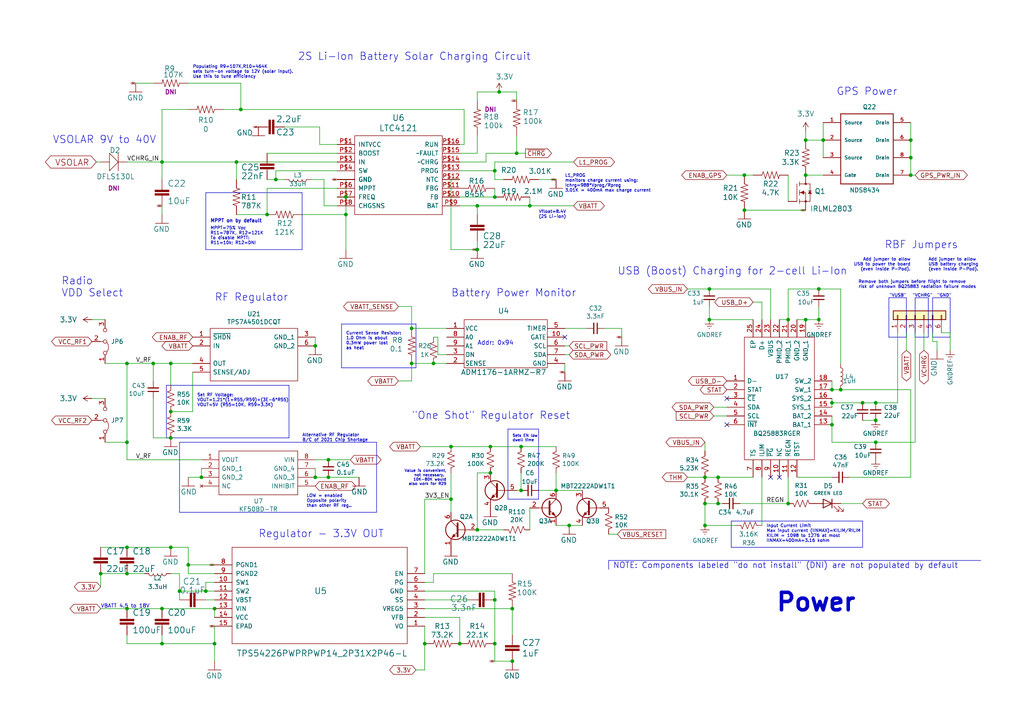
<source format=kicad_sch>
(kicad_sch (version 20230121) (generator eeschema)
  (paper "A4")
  (title_block (title "PyCubed Mainboard") (date "2021-06-09") (rev "v05c") (company "Max Holliday"))
  (junction (at 237.49 92.71))
  (junction (at 62.23 186.69))
  (junction (at 125.73 105.41))
  (junction (at 36.83 105.41))
  (junction (at 205.74 92.71))
  (junction (at 46.99 176.53))
  (junction (at 143.51 57.15))
  (junction (at 36.83 128.27))
  (junction (at 237.49 83.82))
  (junction (at 138.43 72.39))
  (junction (at 138.43 59.69))
  (junction (at 153.67 59.69))
  (junction (at 69.85 31.75))
  (junction (at 233.68 50.8))
  (junction (at 165.1 152.4))
  (junction (at 250.19 116.84))
  (junction (at 208.28 138.43))
  (junction (at 151.13 129.54))
  (junction (at 204.47 152.4))
  (junction (at 148.59 176.53))
  (junction (at 91.44 100.33))
  (junction (at 254 116.84))
  (junction (at 205.74 83.82))
  (junction (at 228.6 92.71))
  (junction (at 144.78 26.67))
  (junction (at 204.47 146.05))
  (junction (at 208.28 146.05))
  (junction (at 77.47 62.23))
  (junction (at 215.9 50.8))
  (junction (at 95.25 133.35))
  (junction (at 254 128.27))
  (junction (at 46.99 46.99))
  (junction (at 95.25 138.43))
  (junction (at 151.13 142.24))
  (junction (at 59.69 171.45))
  (junction (at 264.16 40.64))
  (junction (at 62.23 176.53))
  (junction (at 36.83 158.75))
  (junction (at 54.61 163.83))
  (junction (at 80.01 52.07))
  (junction (at 133.35 186.69))
  (junction (at 100.33 62.23))
  (junction (at 123.19 186.69))
  (junction (at 49.53 119.38))
  (junction (at 100.33 57.15))
  (junction (at 46.99 186.69))
  (junction (at 49.53 158.75))
  (junction (at 149.86 44.45))
  (junction (at 49.53 127))
  (junction (at 119.38 105.41))
  (junction (at 36.83 176.53))
  (junction (at 264.16 50.8))
  (junction (at 238.76 40.64))
  (junction (at 142.24 129.54))
  (junction (at 36.83 166.37))
  (junction (at 241.3 116.84))
  (junction (at 143.51 173.99))
  (junction (at 241.3 123.19))
  (junction (at 204.47 138.43))
  (junction (at 138.43 153.67))
  (junction (at 119.38 95.25))
  (junction (at 68.58 46.99))
  (junction (at 161.29 142.24))
  (junction (at 130.81 144.78))
  (junction (at 228.6 146.05))
  (junction (at 143.51 49.53))
  (junction (at 29.21 166.37))
  (junction (at 143.51 186.69))
  (junction (at 233.68 40.64))
  (junction (at 91.44 138.43))
  (junction (at 58.42 138.43))
  (junction (at 215.9 60.96))
  (junction (at 241.3 113.03))
  (junction (at 148.59 191.77))
  (junction (at 233.68 92.71))
  (junction (at 44.45 105.41))
  (junction (at 49.53 105.41))
  (junction (at 52.07 171.45))
  (junction (at 254 121.92))
  (junction (at 142.24 137.16))
  (junction (at 264.16 45.72))
  (junction (at 243.84 113.03))
  (junction (at 130.81 129.54))
  (no_connect (at 163.83 97.79))
  (no_connect (at 223.52 138.43))
  (no_connect (at 210.82 115.57))
  (no_connect (at 210.82 123.19))
  (no_connect (at 226.06 138.43))
  (wire (pts (xy 243.84 105.41) (xy 243.84 83.82)))
  (wire (pts (xy 54.61 158.75) (xy 54.61 163.83)))
  (wire (pts (xy 77.47 54.61) (xy 97.79 54.61)))
  (wire (pts (xy 123.19 186.69) (xy 123.19 194.31)))
  (wire (pts (xy 36.83 186.69) (xy 46.99 186.69)))
  (wire (pts (xy 238.76 40.64) (xy 238.76 35.56)))
  (wire (pts (xy 125.73 166.37) (xy 125.73 168.91)))
  (wire (pts (xy 138.43 26.67) (xy 138.43 29.21)))
  (wire (pts (xy 49.53 111.76) (xy 49.53 105.41)))
  (wire (pts (xy 148.59 166.37) (xy 125.73 166.37)))
  (wire (pts (xy 165.1 102.87) (xy 163.83 102.87)))
  (wire (pts (xy 82.55 52.07) (xy 80.01 52.07)))
  (polyline (pts (xy 176.53 162.56) (xy 284.48 162.56)))
  (wire (pts (xy 143.51 46.99) (xy 166.37 46.99)))
  (wire (pts (xy 241.3 128.27) (xy 241.3 123.19)))
  (wire (pts (xy 270.51 99.06) (xy 271.78 99.06)))
  (polyline (pts (xy 275.59 97.79) (xy 270.51 97.79)))
  (wire (pts (xy 133.35 59.69) (xy 138.43 59.69)))
  (wire (pts (xy 149.86 29.21) (xy 149.86 26.67)))
  (wire (pts (xy 54.61 138.43) (xy 58.42 138.43)))
  (wire (pts (xy 36.83 186.69) (xy 36.83 184.15)))
  (wire (pts (xy 168.91 152.4) (xy 165.1 152.4)))
  (wire (pts (xy 54.61 163.83) (xy 54.61 166.37)))
  (wire (pts (xy 218.44 87.63) (xy 220.98 87.63)))
  (wire (pts (xy 243.84 83.82) (xy 237.49 83.82)))
  (wire (pts (xy 44.45 110.49) (xy 44.45 105.41)))
  (wire (pts (xy 143.51 54.61) (xy 143.51 57.15)))
  (wire (pts (xy 134.62 31.75) (xy 69.85 31.75)))
  (wire (pts (xy 260.35 116.84) (xy 260.35 96.52)))
  (wire (pts (xy 95.25 138.43) (xy 91.44 138.43)))
  (wire (pts (xy 149.86 39.37) (xy 149.86 44.45)))
  (wire (pts (xy 97.79 46.99) (xy 68.58 46.99)))
  (wire (pts (xy 237.49 83.82) (xy 228.6 83.82)))
  (wire (pts (xy 46.99 186.69) (xy 46.99 184.15)))
  (polyline (pts (xy 99.06 106.68) (xy 99.06 93.98)))
  (wire (pts (xy 143.51 171.45) (xy 143.51 173.99)))
  (wire (pts (xy 115.57 88.9) (xy 119.38 88.9)))
  (wire (pts (xy 46.99 52.07) (xy 46.99 46.99)))
  (wire (pts (xy 133.35 44.45) (xy 138.43 44.45)))
  (wire (pts (xy 143.51 191.77) (xy 148.59 191.77)))
  (wire (pts (xy 209.55 146.05) (xy 208.28 146.05)))
  (wire (pts (xy 238.76 40.64) (xy 233.68 40.64)))
  (wire (pts (xy 26.67 115.57) (xy 30.48 115.57)))
  (wire (pts (xy 143.51 191.77) (xy 143.51 186.69)))
  (wire (pts (xy 241.3 138.43) (xy 231.14 138.43)))
  (wire (pts (xy 149.86 26.67) (xy 144.78 26.67)))
  (wire (pts (xy 123.19 166.37) (xy 123.19 144.78)))
  (wire (pts (xy 87.63 62.23) (xy 100.33 62.23)))
  (wire (pts (xy 265.43 128.27) (xy 265.43 96.52)))
  (wire (pts (xy 62.23 168.91) (xy 59.69 168.91)))
  (polyline (pts (xy 109.22 128.27) (xy 52.07 128.27)))
  (wire (pts (xy 241.3 116.84) (xy 241.3 118.11)))
  (wire (pts (xy 205.74 88.9) (xy 205.74 92.71)))
  (wire (pts (xy 228.6 83.82) (xy 228.6 92.71)))
  (polyline (pts (xy 156.21 144.78) (xy 156.21 124.46)))
  (wire (pts (xy 153.67 57.15) (xy 153.67 59.69)))
  (wire (pts (xy 44.45 127) (xy 49.53 127)))
  (polyline (pts (xy 265.43 97.79) (xy 265.43 86.36)))
  (wire (pts (xy 49.53 105.41) (xy 55.88 105.41)))
  (wire (pts (xy 237.49 88.9) (xy 237.49 92.71)))
  (polyline (pts (xy 250.19 151.13) (xy 212.09 151.13)))
  (wire (pts (xy 68.58 46.99) (xy 46.99 46.99)))
  (wire (pts (xy 133.35 46.99) (xy 140.97 46.99)))
  (wire (pts (xy 238.76 45.72) (xy 238.76 40.64)))
  (wire (pts (xy 123.19 176.53) (xy 148.59 176.53)))
  (wire (pts (xy 52.07 171.45) (xy 52.07 166.37)))
  (wire (pts (xy 226.06 92.71) (xy 228.6 92.71)))
  (wire (pts (xy 36.83 158.75) (xy 49.53 158.75)))
  (wire (pts (xy 165.1 152.4) (xy 161.29 152.4)))
  (wire (pts (xy 54.61 166.37) (xy 62.23 166.37)))
  (wire (pts (xy 80.01 52.07) (xy 77.47 52.07)))
  (polyline (pts (xy 120.65 106.68) (xy 99.06 106.68)))
  (polyline (pts (xy 52.07 128.27) (xy 52.07 148.59)))
  (polyline (pts (xy 269.24 97.79) (xy 265.43 97.79)))
  (wire (pts (xy 273.05 96.52) (xy 275.59 96.52)))
  (wire (pts (xy 143.51 49.53) (xy 143.51 46.99)))
  (wire (pts (xy 30.48 128.27) (xy 36.83 128.27)))
  (wire (pts (xy 179.07 154.94) (xy 176.53 154.94)))
  (wire (pts (xy 123.19 171.45) (xy 143.51 171.45)))
  (wire (pts (xy 29.21 158.75) (xy 36.83 158.75)))
  (wire (pts (xy 138.43 153.67) (xy 138.43 137.16)))
  (wire (pts (xy 250.19 116.84) (xy 241.3 116.84)))
  (wire (pts (xy 180.34 95.25) (xy 175.26 95.25)))
  (wire (pts (xy 62.23 186.69) (xy 62.23 191.77)))
  (wire (pts (xy 264.16 40.64) (xy 264.16 45.72)))
  (wire (pts (xy 80.01 52.07) (xy 80.01 49.53)))
  (wire (pts (xy 49.53 158.75) (xy 54.61 158.75)))
  (wire (pts (xy 214.63 146.05) (xy 228.6 146.05)))
  (wire (pts (xy 151.13 129.54) (xy 161.29 129.54)))
  (wire (pts (xy 91.44 135.89) (xy 91.44 138.43)))
  (wire (pts (xy 44.45 115.57) (xy 44.45 127)))
  (wire (pts (xy 125.73 168.91) (xy 123.19 168.91)))
  (wire (pts (xy 119.38 95.25) (xy 129.54 95.25)))
  (wire (pts (xy 254 116.84) (xy 250.19 116.84)))
  (wire (pts (xy 69.85 31.75) (xy 64.77 31.75)))
  (wire (pts (xy 231.14 92.71) (xy 233.68 92.71)))
  (polyline (pts (xy 48.26 127) (xy 83.82 127)))
  (wire (pts (xy 250.19 121.92) (xy 254 121.92)))
  (wire (pts (xy 204.47 146.05) (xy 204.47 152.4)))
  (wire (pts (xy 59.69 171.45) (xy 59.69 168.91)))
  (wire (pts (xy 163.83 107.95) (xy 163.83 105.41)))
  (wire (pts (xy 127 102.87) (xy 129.54 102.87)))
  (wire (pts (xy 238.76 50.8) (xy 233.68 50.8)))
  (polyline (pts (xy 269.24 86.36) (xy 269.24 97.79)))
  (wire (pts (xy 26.67 92.71) (xy 30.48 92.71)))
  (wire (pts (xy 115.57 110.49) (xy 119.38 110.49)))
  (wire (pts (xy 46.99 176.53) (xy 62.23 176.53)))
  (polyline (pts (xy 120.65 93.98) (xy 120.65 106.68)))
  (wire (pts (xy 97.79 49.53) (xy 80.01 49.53)))
  (wire (pts (xy 143.51 52.07) (xy 146.05 52.07)))
  (wire (pts (xy 138.43 72.39) (xy 138.43 69.85)))
  (wire (pts (xy 275.59 96.52) (xy 275.59 101.6)))
  (polyline (pts (xy 212.09 158.75) (xy 250.19 158.75)))
  (polyline (pts (xy 59.69 55.88) (xy 59.69 72.39)))
  (wire (pts (xy 271.78 99.06) (xy 271.78 101.6)))
  (wire (pts (xy 130.81 129.54) (xy 142.24 129.54)))
  (polyline (pts (xy 156.21 144.78) (xy 147.32 144.78)))
  (wire (pts (xy 241.3 113.03) (xy 243.84 113.03)))
  (wire (pts (xy 210.82 118.11) (xy 207.01 118.11)))
  (wire (pts (xy 130.81 72.39) (xy 138.43 72.39)))
  (wire (pts (xy 123.19 144.78) (xy 130.81 144.78)))
  (polyline (pts (xy 265.43 86.36) (xy 269.24 86.36)))
  (wire (pts (xy 223.52 83.82) (xy 205.74 83.82)))
  (wire (pts (xy 143.51 173.99) (xy 143.51 186.69)))
  (wire (pts (xy 241.3 115.57) (xy 241.3 116.84)))
  (wire (pts (xy 44.45 105.41) (xy 49.53 105.41)))
  (wire (pts (xy 133.35 41.91) (xy 134.62 41.91)))
  (wire (pts (xy 125.73 105.41) (xy 129.54 105.41)))
  (wire (pts (xy 123.19 194.31) (xy 120.65 194.31)))
  (wire (pts (xy 62.23 163.83) (xy 54.61 163.83)))
  (wire (pts (xy 127 102.87) (xy 127 97.79)))
  (wire (pts (xy 54.61 24.13) (xy 69.85 24.13)))
  (wire (pts (xy 46.99 59.69) (xy 46.99 62.23)))
  (wire (pts (xy 119.38 105.41) (xy 125.73 105.41)))
  (wire (pts (xy 208.28 146.05) (xy 204.47 146.05)))
  (wire (pts (xy 138.43 62.23) (xy 138.43 59.69)))
  (polyline (pts (xy 176.53 165.1) (xy 176.53 162.56)))
  (wire (pts (xy 149.86 142.24) (xy 151.13 142.24)))
  (polyline (pts (xy 257.81 97.79) (xy 262.89 97.79)))
  (polyline (pts (xy 257.81 86.36) (xy 257.81 97.79)))
  (wire (pts (xy 180.34 97.79) (xy 180.34 95.25)))
  (wire (pts (xy 69.85 31.75) (xy 69.85 24.13)))
  (wire (pts (xy 58.42 138.43) (xy 58.42 135.89)))
  (wire (pts (xy 59.69 171.45) (xy 52.07 171.45)))
  (wire (pts (xy 140.97 44.45) (xy 149.86 44.45)))
  (wire (pts (xy 92.71 41.91) (xy 97.79 41.91)))
  (wire (pts (xy 36.83 176.53) (xy 29.21 176.53)))
  (polyline (pts (xy 147.32 144.78) (xy 147.32 124.46)))
  (wire (pts (xy 29.21 170.18) (xy 29.21 166.37)))
  (wire (pts (xy 264.16 45.72) (xy 264.16 50.8)))
  (wire (pts (xy 218.44 138.43) (xy 208.28 138.43)))
  (wire (pts (xy 233.68 60.96) (xy 215.9 60.96)))
  (wire (pts (xy 100.33 52.07) (xy 100.33 57.15)))
  (wire (pts (xy 77.47 54.61) (xy 77.47 62.23)))
  (wire (pts (xy 123.19 179.07) (xy 133.35 179.07)))
  (polyline (pts (xy 87.63 72.39) (xy 87.63 55.88)))
  (wire (pts (xy 254 116.84) (xy 260.35 116.84)))
  (wire (pts (xy 243.84 146.05) (xy 250.19 146.05)))
  (wire (pts (xy 241.3 120.65) (xy 241.3 123.19)))
  (wire (pts (xy 30.48 105.41) (xy 36.83 105.41)))
  (wire (pts (xy 205.74 83.82) (xy 199.39 83.82)))
  (wire (pts (xy 100.33 57.15) (xy 100.33 62.23)))
  (wire (pts (xy 49.53 119.38) (xy 55.88 119.38)))
  (wire (pts (xy 36.83 46.99) (xy 46.99 46.99)))
  (polyline (pts (xy 109.22 148.59) (xy 109.22 128.27)))
  (polyline (pts (xy 48.26 111.76) (xy 48.26 127)))
  (wire (pts (xy 220.98 152.4) (xy 220.98 138.43)))
  (wire (pts (xy 123.19 181.61) (xy 123.19 186.69)))
  (wire (pts (xy 228.6 58.42) (xy 228.6 50.8)))
  (wire (pts (xy 267.97 101.6) (xy 267.97 96.52)))
  (wire (pts (xy 68.58 52.07) (xy 68.58 46.99)))
  (wire (pts (xy 101.6 133.35) (xy 95.25 133.35)))
  (wire (pts (xy 55.88 119.38) (xy 55.88 107.95)))
  (wire (pts (xy 36.83 133.35) (xy 36.83 128.27)))
  (wire (pts (xy 205.74 92.71) (xy 218.44 92.71)))
  (wire (pts (xy 130.81 52.07) (xy 130.81 72.39)))
  (wire (pts (xy 91.44 100.33) (xy 91.44 97.79)))
  (polyline (pts (xy 262.89 97.79) (xy 262.89 86.36)))
  (wire (pts (xy 97.79 52.07) (xy 100.33 52.07)))
  (wire (pts (xy 134.62 41.91) (xy 134.62 31.75)))
  (wire (pts (xy 243.84 113.03) (xy 264.16 113.03)))
  (wire (pts (xy 233.68 40.64) (xy 233.68 38.1)))
  (wire (pts (xy 130.81 144.78) (xy 130.81 148.59)))
  (wire (pts (xy 204.47 152.4) (xy 213.36 152.4)))
  (polyline (pts (xy 156.21 124.46) (xy 147.32 124.46)))
  (wire (pts (xy 264.16 113.03) (xy 264.16 138.43)))
  (wire (pts (xy 92.71 41.91) (xy 92.71 36.83)))
  (polyline (pts (xy 212.09 151.13) (xy 212.09 158.75)))
  (polyline (pts (xy 59.69 72.39) (xy 87.63 72.39)))
  (wire (pts (xy 220.98 87.63) (xy 220.98 92.71)))
  (wire (pts (xy 62.23 173.99) (xy 59.69 173.99)))
  (wire (pts (xy 144.78 26.67) (xy 138.43 26.67)))
  (wire (pts (xy 163.83 95.25) (xy 170.18 95.25)))
  (wire (pts (xy 133.35 52.07) (xy 130.81 52.07)))
  (wire (pts (xy 146.05 153.67) (xy 138.43 153.67)))
  (wire (pts (xy 143.51 57.15) (xy 133.35 57.15)))
  (polyline (pts (xy 87.63 55.88) (xy 59.69 55.88)))
  (wire (pts (xy 153.67 59.69) (xy 166.37 59.69)))
  (wire (pts (xy 77.47 62.23) (xy 68.58 62.23)))
  (wire (pts (xy 138.43 59.69) (xy 153.67 59.69)))
  (wire (pts (xy 204.47 128.27) (xy 204.47 130.81)))
  (wire (pts (xy 130.81 137.16) (xy 130.81 144.78)))
  (polyline (pts (xy 83.82 111.76) (xy 48.26 111.76)))
  (wire (pts (xy 254 128.27) (xy 265.43 128.27)))
  (wire (pts (xy 104.14 138.43) (xy 95.25 138.43)))
  (wire (pts (xy 36.83 176.53) (xy 46.99 176.53)))
  (polyline (pts (xy 99.06 93.98) (xy 120.65 93.98)))
  (wire (pts (xy 165.1 100.33) (xy 163.83 100.33)))
  (wire (pts (xy 36.83 166.37) (xy 41.91 166.37)))
  (wire (pts (xy 36.83 133.35) (xy 58.42 133.35)))
  (wire (pts (xy 254 128.27) (xy 241.3 128.27)))
  (wire (pts (xy 29.21 46.99) (xy 27.94 46.99)))
  (polyline (pts (xy 52.07 148.59) (xy 109.22 148.59)))
  (wire (pts (xy 140.97 46.99) (xy 140.97 44.45)))
  (wire (pts (xy 149.86 44.45) (xy 152.4 44.45)))
  (wire (pts (xy 223.52 92.71) (xy 223.52 83.82)))
  (wire (pts (xy 204.47 138.43) (xy 199.39 138.43)))
  (wire (pts (xy 119.38 95.25) (xy 119.38 88.9)))
  (wire (pts (xy 233.68 92.71) (xy 237.49 92.71)))
  (wire (pts (xy 97.79 44.45) (xy 77.47 44.45)))
  (polyline (pts (xy 275.59 86.36) (xy 270.51 86.36)))
  (wire (pts (xy 119.38 105.41) (xy 119.38 110.49)))
  (wire (pts (xy 127 97.79) (xy 125.73 97.79)))
  (wire (pts (xy 143.51 49.53) (xy 143.51 52.07)))
  (wire (pts (xy 153.67 153.67) (xy 153.67 147.32)))
  (wire (pts (xy 123.19 173.99) (xy 135.89 173.99)))
  (wire (pts (xy 218.44 50.8) (xy 215.9 50.8)))
  (wire (pts (xy 100.33 62.23) (xy 100.33 72.39)))
  (wire (pts (xy 97.79 57.15) (xy 100.33 57.15)))
  (polyline (pts (xy 270.51 86.36) (xy 270.51 97.79)))
  (wire (pts (xy 92.71 36.83) (xy 82.55 36.83)))
  (wire (pts (xy 228.6 138.43) (xy 228.6 146.05)))
  (wire (pts (xy 142.24 129.54) (xy 151.13 129.54)))
  (wire (pts (xy 121.92 129.54) (xy 130.81 129.54)))
  (wire (pts (xy 161.29 52.07) (xy 156.21 52.07)))
  (wire (pts (xy 36.83 128.27) (xy 36.83 105.41)))
  (wire (pts (xy 156.21 142.24) (xy 161.29 142.24)))
  (wire (pts (xy 138.43 44.45) (xy 138.43 39.37)))
  (wire (pts (xy 46.99 31.75) (xy 46.99 46.99)))
  (wire (pts (xy 161.29 137.16) (xy 161.29 142.24)))
  (wire (pts (xy 151.13 137.16) (xy 151.13 142.24)))
  (wire (pts (xy 90.17 52.07) (xy 93.98 52.07)))
  (polyline (pts (xy 275.59 97.79) (xy 275.59 86.36)))
  (wire (pts (xy 46.99 186.69) (xy 62.23 186.69)))
  (wire (pts (xy 54.61 31.75) (xy 46.99 31.75)))
  (wire (pts (xy 270.51 96.52) (xy 270.51 99.06)))
  (wire (pts (xy 133.35 49.53) (xy 143.51 49.53)))
  (wire (pts (xy 29.21 166.37) (xy 36.83 166.37)))
  (wire (pts (xy 36.83 105.41) (xy 44.45 105.41)))
  (wire (pts (xy 97.79 59.69) (xy 93.98 59.69)))
  (wire (pts (xy 138.43 137.16) (xy 142.24 137.16)))
  (wire (pts (xy 62.23 171.45) (xy 59.69 171.45)))
  (wire (pts (xy 62.23 181.61) (xy 62.23 186.69)))
  (wire (pts (xy 49.53 166.37) (xy 52.07 166.37)))
  (wire (pts (xy 39.37 24.13) (xy 44.45 24.13)))
  (wire (pts (xy 52.07 173.99) (xy 52.07 171.45)))
  (polyline (pts (xy 262.89 86.36) (xy 257.81 86.36)))
  (wire (pts (xy 264.16 50.8) (xy 265.43 50.8)))
  (wire (pts (xy 208.28 138.43) (xy 204.47 138.43)))
  (wire (pts (xy 95.25 133.35) (xy 91.44 133.35)))
  (wire (pts (xy 168.91 142.24) (xy 161.29 142.24)))
  (wire (pts (xy 262.89 101.6) (xy 262.89 96.52)))
  (wire (pts (xy 241.3 110.49) (xy 241.3 113.03)))
  (wire (pts (xy 62.23 179.07) (xy 62.23 176.53)))
  (polyline (pts (xy 250.19 158.75) (xy 250.19 151.13)))
  (wire (pts (xy 215.9 50.8) (xy 210.82 50.8)))
  (wire (pts (xy 264.16 35.56) (xy 264.16 40.64)))
  (wire (pts (xy 246.38 138.43) (xy 264.16 138.43)))
  (polyline (pts (xy 83.82 127) (xy 83.82 111.76)))
  (wire (pts (xy 93.98 59.69) (xy 93.98 52.07)))
  (wire (pts (xy 148.59 176.53) (xy 148.59 184.15)))
  (wire (pts (xy 133.35 179.07) (xy 133.35 186.69)))
  (wire (pts (xy 210.82 120.65) (xy 207.01 120.65)))
  (text "Populating R9=107K,R10=464K\nsets turn-on voltage to 12V (solar input). \nUse this to tune efficiency" (at 55.88 22.86 0) (effects (font (size 0.889 0.889)) (justify left bottom)))
  (text "Set RF Voltage:\nVOUT=1.21*(1+R55/R59)+(3E-6*R55)\nVOUT=5V (R55=10K, R59=3.3K)\n" (at 57.15 118.11 0) (effects (font (size 0.889 0.889)) (justify left bottom)))
  (text "Vfloat=8.4V\n(2S Li-ion)" (at 156.21 63.5 0) (effects (font (size 0.889 0.889)) (justify left bottom)))
  (text "\"One Shot\" Regulator Reset" (at 119.38 121.92 0) (effects (font (size 2.159 2.159)) (justify left bottom)))
  (text "Battery Power Monitor" (at 130.81 86.36 0) (effects (font (size 2.159 2.159)) (justify left bottom)))
  (text "Value is convenient,\nnot necessary. \n10K-80K would\nalso work for R29" (at 129.54 140.97 0) (effects (font (size 0.7874 0.7874)) (justify right bottom)))
  (text "\nMPPT=75% Voc\nR11=787K, R12=121K\nTo disable MPTT:\nR11=10k; R12=DNI" (at 60.96 71.12 0) (effects (font (size 0.889 0.889)) (justify left bottom)))
  (text "\"GND\"" (at 271.78 86.36 0) (effects (font (size 0.889 0.889)) (justify left bottom)))
  (text "\"VUSB\"" (at 262.89 86.36 0) (effects (font (size 0.889 0.889)) (justify right bottom)))
  (text "L1_PROG\nmonitors charge current using:\nIchrg=988*Vprog/Rprog\n3.01K = 400mA max charge current\n" (at 163.83 55.88 0) (effects (font (size 0.889 0.889)) (justify left bottom)))
  (text "Regulator - 3.3V OUT" (at 74.93 156.21 0) (effects (font (size 2.159 2.159)) (justify left bottom)))
  (text "Alternative RF Regulator\nB/C of 2021 Chip Shortage" (at 87.63 128.27 0) (effects (font (size 0.889 0.889)) (justify left bottom)))
  (text "Remove both jumpers before flight to remove\nrisk of unknown BQ25883 radiation failure modes\n" (at 248.92 83.82 0) (effects (font (size 0.889 0.889)) (justify left bottom)))
  (text "NOTE: Components labeled \"do not install\" (DNI) are not populated by default" (at 177.8 165.1 0) (effects (font (size 1.651 1.651)) (justify left bottom)))
  (text "Input Current Limit\nMax input current (IINMAX)=KILIM/RILIM\nKILIM = 1098 to 1276 at most\nIINMAX=400mA=3.16 kohm" (at 222.25 157.48 0) (effects (font (size 0.889 0.889)) (justify left bottom)))
  (text "Power" (at 224.79 177.8 0) (effects (font (size 5.08 5.08) (thickness 1.016) bold) (justify left bottom)))
  (text "RBF Jumpers" (at 256.54 72.39 0) (effects (font (size 2.159 2.159)) (justify left bottom)))
  (text "Addr: 0x94" (at 138.43 100.33 0) (effects (font (size 1.27 1.27)) (justify left bottom)))
  (text "VSOLAR 9V to 40V" (at 15.24 41.91 0) (effects (font (size 2.159 2.159)) (justify left bottom)))
  (text "GPS Power" (at 242.57 27.94 0) (effects (font (size 2.159 2.159)) (justify left bottom)))
  (text "LOW = enabled\nOpposite polarity\nthan other RF reg.. " (at 88.9 147.32 0) (effects (font (size 0.889 0.889)) (justify left bottom)))
  (text "2S Li-Ion Battery Solar Charging Circuit" (at 86.36 17.78 0) (effects (font (size 2.159 2.159)) (justify left bottom)))
  (text "Add jumper to allow\nUSB to power the board\n(even inside P-Pod).\n" (at 264.16 78.74 0) (effects (font (size 0.889 0.889)) (justify right bottom)))
  (text "USB (Boost) Charging for 2-cell Li-Ion" (at 179.07 80.01 0) (effects (font (size 2.159 2.159)) (justify left bottom)))
  (text "RF Regulator" (at 62.23 87.63 0) (effects (font (size 2.159 2.159)) (justify left bottom)))
  (text "Radio\nVDD Select" (at 17.78 86.36 0) (effects (font (size 2.159 2.159)) (justify left bottom)))
  (text "\"VCHRG\"" (at 270.51 86.36 0) (effects (font (size 0.889 0.889)) (justify right bottom)))
  (text "Sets EN low\ndwell time" (at 148.59 128.27 0) (effects (font (size 0.7874 0.7874)) (justify left bottom)))
  (text "Add jumper to allow\nUSB battery charging\n(even inside P-Pod).\n" (at 269.24 78.74 0) (effects (font (size 0.889 0.889)) (justify left bottom)))
  (text "MPPT on by default" (at 60.96 64.77 0) (effects (font (size 0.9906 0.9906) (thickness 0.1981) bold) (justify left bottom)))
  (text "VBATT 4.5 to 18V" (at 29.21 176.53 0) (effects (font (size 1.0668 1.0668)) (justify left bottom)))
  (text "Current Sense Resistor:\n1.0 Ohm is about \n0.3mW power lost\nas heat" (at 100.33 101.6 0) (effects (font (size 0.889 0.889)) (justify left bottom)))
  (label "REGN" (at 222.25 146.05 0))
  (label "V_RF" (at 39.37 105.41 0))
  (label "3V3_EN" (at 123.19 144.78 0))
  (label "VCHRG_IN" (at 36.83 46.99 0))
  (label "V_RF" (at 39.37 133.35 0))
  (global_label "GND" (shape bidirectional) (at 180.34 97.79 180) (effects (font (size 0.254 0.254))) (property "Intersheetrefs" "${INTERSHEET_REFS}" (effects hide)))
  (global_label "GND" (shape bidirectional) (at 97.79 52.07 180) (effects (font (size 0.254 0.254))) (property "Intersheetrefs" "${INTERSHEET_REFS}" (effects hide)))
  (global_label "GPS_PWR_IN" (shape bidirectional) (at 265.43 50.8 0) (property "Intersheetrefs" "${INTERSHEET_REFS}" (effects hide)))
  (global_label "VBATT" (shape bidirectional) (at 29.21 176.53 180) (property "Intersheetrefs" "${INTERSHEET_REFS}" (effects hide)))
  (global_label "THM" (shape bidirectional) (at 199.39 138.43 180) (property "Intersheetrefs" "${INTERSHEET_REFS}" (effects hide)))
  (global_label "GND" (shape bidirectional) (at 163.83 107.95 180) (effects (font (size 0.254 0.254))) (property "Intersheetrefs" "${INTERSHEET_REFS}" (effects hide)))
  (global_label "GND" (shape bidirectional) (at 233.68 60.96 180) (effects (font (size 0.254 0.254))) (property "Intersheetrefs" "${INTERSHEET_REFS}" (effects hide)))
  (global_label "GND" (shape bidirectional) (at 62.23 163.83 180) (effects (font (size 0.254 0.254))) (property "Intersheetrefs" "${INTERSHEET_REFS}" (effects hide)))
  (global_label "VBATT" (shape bidirectional) (at 121.92 129.54 180) (property "Intersheetrefs" "${INTERSHEET_REFS}" (effects hide)))
  (global_label "SDA_PWR" (shape bidirectional) (at 207.01 118.11 180) (property "Intersheetrefs" "${INTERSHEET_REFS}" (effects hide)))
  (global_label "L1_PROG" (shape bidirectional) (at 166.37 46.99 0) (property "Intersheetrefs" "${INTERSHEET_REFS}" (effects hide)))
  (global_label "USB_D-" (shape bidirectional) (at 210.82 110.49 180) (property "Intersheetrefs" "${INTERSHEET_REFS}" (effects hide)))
  (global_label "VSOLAR" (shape bidirectional) (at 27.94 46.99 180) (effects (font (size 1.778 1.778))) (property "Intersheetrefs" "${INTERSHEET_REFS}" (effects hide)))
  (global_label "VBATT" (shape bidirectional) (at 55.88 100.33 180) (property "Intersheetrefs" "${INTERSHEET_REFS}" (effects hide)))
  (global_label "GND" (shape bidirectional) (at 39.37 24.13 180) (effects (font (size 0.254 0.254))) (property "Intersheetrefs" "${INTERSHEET_REFS}" (effects hide)))
  (global_label "VBUS_RESET" (shape input) (at 179.07 154.94 0) (property "Intersheetrefs" "${INTERSHEET_REFS}" (effects hide)))
  (global_label "VCC_RF1" (shape bidirectional) (at 26.67 99.06 180) (property "Intersheetrefs" "${INTERSHEET_REFS}" (effects hide)))
  (global_label "VCC_RF2" (shape bidirectional) (at 26.67 121.92 180) (property "Intersheetrefs" "${INTERSHEET_REFS}" (effects hide)))
  (global_label "3.3V" (shape bidirectional) (at 29.21 170.18 180) (property "Intersheetrefs" "${INTERSHEET_REFS}" (effects hide)))
  (global_label "VBATT" (shape bidirectional) (at 115.57 110.49 180) (property "Intersheetrefs" "${INTERSHEET_REFS}" (effects hide)))
  (global_label "GND" (shape bidirectional) (at 143.51 191.77 180) (effects (font (size 0.254 0.254))) (property "Intersheetrefs" "${INTERSHEET_REFS}" (effects hide)))
  (global_label "ENAB_RF" (shape bidirectional) (at 55.88 97.79 180) (property "Intersheetrefs" "${INTERSHEET_REFS}" (effects hide)))
  (global_label "~{CHRG}" (shape output) (at 152.4 44.45 0) (property "Intersheetrefs" "${INTERSHEET_REFS}" (effects hide)))
  (global_label "GND" (shape bidirectional) (at 161.29 52.07 180) (effects (font (size 0.254 0.254))) (property "Intersheetrefs" "${INTERSHEET_REFS}" (effects hide)))
  (global_label "3.3V" (shape bidirectional) (at 120.65 194.31 180) (property "Intersheetrefs" "${INTERSHEET_REFS}" (effects hide)))
  (global_label "VBUS_IN" (shape bidirectional) (at 204.47 128.27 180) (property "Intersheetrefs" "${INTERSHEET_REFS}" (effects hide)))
  (global_label "VBATT" (shape bidirectional) (at 262.89 101.6 270) (property "Intersheetrefs" "${INTERSHEET_REFS}" (effects hide)))
  (global_label "SCL_PWR" (shape input) (at 207.01 120.65 180) (property "Intersheetrefs" "${INTERSHEET_REFS}" (effects hide)))
  (global_label "USB_D+" (shape bidirectional) (at 218.44 87.63 180) (property "Intersheetrefs" "${INTERSHEET_REFS}" (effects hide)))
  (global_label "SDA_PWR" (shape bidirectional) (at 165.1 102.87 0) (property "Intersheetrefs" "${INTERSHEET_REFS}" (effects hide)))
  (global_label "VBATT" (shape bidirectional) (at 166.37 59.69 0) (property "Intersheetrefs" "${INTERSHEET_REFS}" (effects hide)))
  (global_label "STAT" (shape bidirectional) (at 250.19 146.05 0) (property "Intersheetrefs" "${INTERSHEET_REFS}" (effects hide)))
  (global_label "SCL_PWR" (shape input) (at 165.1 100.33 0) (property "Intersheetrefs" "${INTERSHEET_REFS}" (effects hide)))
  (global_label "STAT" (shape bidirectional) (at 210.82 113.03 180) (property "Intersheetrefs" "${INTERSHEET_REFS}" (effects hide)))
  (global_label "VBATT_SENSE" (shape bidirectional) (at 115.57 88.9 180) (property "Intersheetrefs" "${INTERSHEET_REFS}" (effects hide)))
  (global_label "ENAB_RF" (shape bidirectional) (at 91.44 140.97 0) (property "Intersheetrefs" "${INTERSHEET_REFS}" (effects hide)))
  (global_label "GND" (shape bidirectional) (at 62.23 181.61 180) (effects (font (size 0.254 0.254))) (property "Intersheetrefs" "${INTERSHEET_REFS}" (effects hide)))
  (global_label "GND" (shape bidirectional) (at 46.99 59.69 180) (effects (font (size 0.254 0.254))) (property "Intersheetrefs" "${INTERSHEET_REFS}" (effects hide)))
  (global_label "GND" (shape bidirectional) (at 74.93 36.83 180) (effects (font (size 0.254 0.254))) (property "Intersheetrefs" "${INTERSHEET_REFS}" (effects hide)))
  (global_label "3.3V" (shape bidirectional) (at 149.86 29.21 180) (effects (font (size 0.254 0.254))) (property "Intersheetrefs" "${INTERSHEET_REFS}" (effects hide)))
  (global_label "GND" (shape bidirectional) (at 138.43 72.39 180) (effects (font (size 0.254 0.254))) (property "Intersheetrefs" "${INTERSHEET_REFS}" (effects hide)))
  (global_label "VBUS_IN" (shape bidirectional) (at 199.39 83.82 180) (property "Intersheetrefs" "${INTERSHEET_REFS}" (effects hide)))
  (global_label "VCHRG" (shape bidirectional) (at 267.97 101.6 270) (property "Intersheetrefs" "${INTERSHEET_REFS}" (effects hide)))
  (global_label "VBATT" (shape bidirectional) (at 101.6 133.35 0) (property "Intersheetrefs" "${INTERSHEET_REFS}" (effects hide)))
  (global_label "ENAB_GPS" (shape bidirectional) (at 210.82 50.8 180) (property "Intersheetrefs" "${INTERSHEET_REFS}" (effects hide)))
  (symbol (lib_id "mainboard:GND") (at 39.37 26.67 0) (unit 1)
    (property "Reference" "#GND013" (effects hide))
    (property "Value" "GND" (at 36.83 29.21 0) (effects (font (size 1.4986 1.4986)) (justify left bottom)))
    (instances (project "mainboard" (path "" (reference "#GND013") (unit 1)) (path "" (reference "#GND?") (unit 1))))
  )
  (symbol (lib_id "mainboard:1.0UF-0603-16V-10%") (at 57.15 173.99 90) (unit 1)
    (property "Reference" "C21" (at 58.42 167.64 90) (effects (font (size 1.778 1.778)) (justify left bottom)))
    (property "Value" "0.1uF" (at 59.69 170.18 90) (effects (font (size 1.778 1.778)) (justify left bottom)))
    (property "Footprint" "Capacitor_SMD:C_0603_1608Metric" (effects hide))
    (property "Description" "0.1uF +-10% 50V X7R 0603" (effects hide))
    (instances (project "mainboard" (path "" (reference "C21") (unit 1)) (path "" (reference "C?") (unit 1))))
  )
  (symbol (lib_id "mainboard:DFLS130L") (at 31.75 46.99 0) (unit 1)
    (property "Reference" "D2" (at 31.75 44.45 0) (effects (font (size 1.4986 1.4986)) (justify left bottom)))
    (property "Value" "DFLS130L" (at 27.94 52.07 0) (effects (font (size 1.4986 1.4986)) (justify left bottom)))
    (property "Footprint" "mainboard:PWRDI-123" (effects hide))
    (property "Datasheet" "https://www.diodes.com/assets/Datasheets/ds30492.pdf" (effects hide))
    (property "Description" "Schottky Diode - 30V 1A" (effects hide))
    (property "Flight" "DFLS130L-7" (effects hide))
    (property "Manufacturer_Name" "Diodes Incorporated" (effects hide))
    (property "Manufacturer_Part_Number" "DFLS130L-7" (effects hide))
    (property "Proto" "DFLS130L" (effects hide))
    (property "DNI" "DNI" (at 33.02 54.61 0) (effects (font bold)))
    (instances (project "mainboard" (path "" (reference "D2") (unit 1)) (path "" (reference "D?") (unit 1))))
  )
  (symbol (lib_id "mainboard:R-US_R0603") (at 138.43 186.69 180) (unit 1)
    (property "Reference" "R14" (at 138.43 181.61 0) (effects (font (size 1.4986 1.4986))))
    (property "Value" "22.1K" (at 138.43 184.15 0) (effects (font (size 1.4986 1.4986))))
    (property "Footprint" "Resistor_SMD:R_0603_1608Metric" (effects hide))
    (property "Description" "22.1K 0603" (effects hide))
    (instances (project "mainboard" (path "" (reference "R14") (unit 1)) (path "" (reference "R?") (unit 1))))
  )
  (symbol (lib_id "mainboard:10UF-0603-6.3V-20%") (at 46.99 57.15 0) (unit 1)
    (property "Reference" "C22" (at 48.514 54.229 0) (effects (font (size 1.778 1.778)) (justify left bottom)))
    (property "Value" "10uF" (at 48.514 59.309 0) (effects (font (size 1.778 1.778)) (justify left bottom)))
    (property "Footprint" "Capacitor_SMD:C_0603_1608Metric" (effects hide))
    (property "Description" "10uF +-20% 10V X5R" (effects hide))
    (instances (project "mainboard" (path "" (reference "C22") (unit 1)) (path "" (reference "C?") (unit 1))))
  )
  (symbol (lib_id "mainboard:GND") (at 138.43 74.93 0) (unit 1)
    (property "Reference" "#GND019" (effects hide))
    (property "Value" "GND" (at 135.89 77.47 0) (effects (font (size 1.4986 1.4986)) (justify left bottom)))
    (instances (project "mainboard" (path "" (reference "#GND019") (unit 1)) (path "" (reference "#GND?") (unit 1))))
  )
  (symbol (lib_id "mainboard:GND") (at 161.29 54.61 0) (unit 1)
    (property "Reference" "#GND021" (effects hide))
    (property "Value" "GND" (at 158.75 57.15 0) (effects (font (size 1.4986 1.4986)) (justify left bottom)))
    (instances (project "mainboard" (path "" (reference "#GND021") (unit 1)) (path "" (reference "#GND?") (unit 1))))
  )
  (symbol (lib_id "mainboard:R-US_R2512") (at 119.38 100.33 90) (unit 1)
    (property "Reference" "R8" (at 116.84 97.79 90) (effects (font (size 1.4986 1.4986)) (justify left bottom)))
    (property "Value" "0.1" (at 116.84 100.33 90) (effects (font (size 1.4986 1.4986)) (justify left bottom)))
    (property "Footprint" "Resistor_SMD:R_2512_6332Metric" (effects hide))
    (property "Description" "0.1 1% 2W 2512" (effects hide))
    (instances (project "mainboard" (path "" (reference "R8") (unit 1)) (path "" (reference "R?") (unit 1))))
  )
  (symbol (lib_id "mainboard:3.3V") (at 233.68 38.1 0) (unit 1)
    (property "Reference" "#SUPPLY06" (effects hide))
    (property "Value" "3.3V" (at 233.68 33.02 0) (effects (font (size 1.4986 1.4986))))
    (instances (project "mainboard" (path "" (reference "#SUPPLY06") (unit 1)) (path "" (reference "#SUPPLY?") (unit 1))))
  )
  (symbol (lib_id "mainboard:IRLML2803TRPBF") (at 231.14 55.88 0) (unit 1)
    (property "Reference" "Q1" (at 236.22 54.61 0) (effects (font (size 1.4986 1.4986)) (justify left top)))
    (property "Value" "IRLML2803" (at 234.95 59.69 0) (effects (font (size 1.4986 1.4986)) (justify left top)))
    (property "Footprint" "mainboard:SOT-23" (effects hide))
    (property "Datasheet" "https://www.infineon.com/dgdl/irlml2803pbf.pdf?fileId=5546d462533600a4015356682aff260f" (effects hide))
    (property "Description" "Single N-Channel MOSFET" (effects hide))
    (property "Flight" "IRLML2803" (effects hide))
    (property "Manufacturer_Name" "Infineon Technologies" (effects hide))
    (property "Manufacturer_Part_Number" "IRLML2803TRPbF" (effects hide))
    (property "Proto" "2302" (effects hide))
    (instances (project "mainboard" (path "" (reference "Q1") (unit 1)) (path "" (reference "Q?") (unit 1))))
  )
  (symbol (lib_id "mainboard:1.0UF-0603-16V-10%") (at 148.59 189.23 0) (unit 1)
    (property "Reference" "C27" (at 151.3332 186.4106 0) (effects (font (size 1.778 1.778)) (justify left)))
    (property "Value" "1uF" (at 151.3332 189.484 0) (effects (font (size 1.778 1.778)) (justify left)))
    (property "Footprint" "Capacitor_SMD:C_0603_1608Metric" (effects hide))
    (property "Description" "1uF 0603 X7R" (effects hide))
    (instances (project "mainboard" (path "" (reference "C27") (unit 1)) (path "" (reference "C?") (unit 1))))
  )
  (symbol (lib_id "mainboard:22UF-0805-6.3V-20%") (at 29.21 163.83 0) (unit 1)
    (property "Reference" "C17" (at 30.734 160.909 0) (effects (font (size 1.778 1.778)) (justify left bottom)))
    (property "Value" "22uF" (at 30.734 165.989 0) (effects (font (size 1.778 1.778)) (justify left bottom)))
    (property "Footprint" "Capacitor_SMD:C_0603_1608Metric" (effects hide))
    (property "Description" "22uF +-20% 10V X5R" (effects hide))
    (instances (project "mainboard" (path "" (reference "C17") (unit 1)) (path "" (reference "C?") (unit 1))))
  )
  (symbol (lib_id "mainboard:3.3V") (at 144.78 26.67 0) (unit 1)
    (property "Reference" "#P+03" (effects hide))
    (property "Value" "3.3V" (at 143.764 23.114 0) (effects (font (size 1.4986 1.4986)) (justify left bottom)))
    (instances (project "mainboard" (path "" (reference "#P+03") (unit 1)) (path "" (reference "#P+?") (unit 1))))
  )
  (symbol (lib_id "mainboard:0.1UF-0603-25V-5%") (at 138.43 67.31 0) (unit 1)
    (property "Reference" "C28" (at 139.954 69.469 0) (effects (font (size 1.778 1.778)) (justify left bottom)))
    (property "Value" "22uF" (at 139.954 72.009 0) (effects (font (size 1.778 1.778)) (justify left bottom)))
    (property "Footprint" "Capacitor_SMD:C_0603_1608Metric" (effects hide))
    (property "Description" "22uF +-20% 10V X5R" (effects hide))
    (instances (project "mainboard" (path "" (reference "C28") (unit 1)) (path "" (reference "C?") (unit 1))))
  )
  (symbol (lib_id "mainboard:GND") (at 46.99 64.77 0) (unit 1)
    (property "Reference" "#GND014" (effects hide))
    (property "Value" "GND" (at 44.45 67.31 0) (effects (font (size 1.4986 1.4986)) (justify left bottom)))
    (instances (project "mainboard" (path "" (reference "#GND014") (unit 1)) (path "" (reference "#GND?") (unit 1))))
  )
  (symbol (lib_id "mainboard:R-US_R0603") (at 138.43 34.29 90) (unit 1)
    (property "Reference" "R18" (at 144.78 33.02 90) (effects (font (size 1.4986 1.4986)) (justify left bottom)))
    (property "Value" "100k" (at 146.05 35.56 90) (effects (font (size 1.4986 1.4986)) (justify left bottom)))
    (property "Footprint" "Resistor_SMD:R_0603_1608Metric" (effects hide))
    (property "DNI" "DNI" (at 142.24 31.75 90) (effects (font bold)))
    (property "Description" "100K 0603" (effects hide))
    (instances (project "mainboard" (path "" (reference "R18") (unit 1)) (path "" (reference "R?") (unit 1))))
  )
  (symbol (lib_id "mainboard:R-US_R0603") (at 148.59 171.45 270) (unit 1)
    (property "Reference" "R15" (at 149.86 170.18 90) (effects (font (size 1.4986 1.4986)) (justify left bottom)))
    (property "Value" "100K" (at 149.86 172.72 90) (effects (font (size 1.4986 1.4986)) (justify left bottom)))
    (property "Footprint" "Resistor_SMD:R_0603_1608Metric" (effects hide))
    (property "Description" "100K 0603" (effects hide))
    (instances (project "mainboard" (path "" (reference "R15") (unit 1)) (path "" (reference "R?") (unit 1))))
  )
  (symbol (lib_name "NDS8434_2") (lib_id "mainboard:NDS8434") (at 251.46 43.18 0) (unit 1)
    (property "Reference" "Q22" (at 250.19 31.75 0) (effects (justify left bottom)))
    (property "Value" "NDS8434" (at 246.38 55.88 0) (effects (justify left bottom)))
    (property "Footprint" "mainboard:NDS8434" (effects hide))
    (property "Datasheet" "https://www.onsemi.com/pdf/datasheet/nds8434-d.pdf" (effects hide))
    (property "Description" "P-Channel MOSFET" (effects hide))
    (property "Flight" "NDS8434" (effects hide))
    (property "Manufacturer_Name" "ON Semiconductor" (effects hide))
    (property "Manufacturer_Part_Number" "NDS8434" (effects hide))
    (property "Proto" "DMP2022LSS-13" (effects hide))
    (instances (project "mainboard" (path "" (reference "Q22") (unit 1)) (path "" (reference "U?") (unit 1))))
  )
  (symbol (lib_id "Device:L") (at 86.36 52.07 270) (unit 1)
    (property "Reference" "L3" (at 86.36 50.8 90))
    (property "Value" "33uH" (at 86.36 53.34 90))
    (property "Footprint" "Inductor_SMD:L_1812_4532Metric" (effects hide))
    (property "Datasheet" "https://datasheet.lcsc.com/szlcsc/1910111502_3L-COILS-SNR5040K-330M_C326321.pdf" (effects hide))
    (property "Description" "33uH Shielded Inductor" (effects hide))
    (property "Flight" "SLF6028T-330MR69-PF" (effects hide))
    (property "Manufacturer_Name" "3L COILS" (effects hide))
    (property "Manufacturer_Part_Number" "SNR5040K-330M" (effects hide))
    (property "Proto" "SNR5040K-330M" (effects hide))
  )
  (symbol (lib_id "Device:L") (at 45.72 166.37 270) (unit 1)
    (property "Reference" "L2" (at 45.72 167.64 90))
    (property "Value" "3.3uH" (at 45.72 170.18 90))
    (property "Footprint" "mainboard:L_2141" (effects hide))
    (property "Datasheet" "https://datasheet.lcsc.com/lcsc/2009171412_TAI-TECH-HPC5040NF-3R3MTH_C304367.pdf" (effects hide))
    (property "Description" "3.3uH Shielded Inductor" (effects hide))
    (property "Flight" "SPM5030T-3R3M-HZ" (effects hide))
    (property "Manufacturer_Name" "TAI-TECH" (effects hide))
    (property "Manufacturer_Part_Number" "HPC5040NF-3R3MTH" (effects hide))
    (property "Proto" "HPC5040NF-3R3MTH" (effects hide))
  )
  (symbol (lib_id "mainboard:LTC4121") (at 110.49 49.53 0) (unit 1)
    (property "Reference" "U6" (at 115.57 34.163 0) (effects (font (size 1.7272 1.7272))))
    (property "Value" "LTC4121" (at 115.57 37.1602 0) (effects (font (size 1.7272 1.7272))))
    (property "Footprint" "mainboard:QFN-16-PAD" (effects hide))
    (property "Datasheet" "https://www.analog.com/media/en/technical-documentation/data-sheets/4121fbc.pdf" (effects hide))
    (property "Description" "Battery Charger - MPPT - Solar Input" (effects hide))
    (property "Flight" "LTC4121EUD" (effects hide))
    (property "Manufacturer_Name" "Analog Devices Inc." (effects hide))
    (property "Manufacturer_Part_Number" "LTC4121EUD" (effects hide))
    (property "Proto" "LTC4121EUD" (effects hide))
  )
  (symbol (lib_id "power:GNDREF") (at 237.49 92.71 0) (unit 1)
    (property "Reference" "#PWR0102" (effects hide))
    (property "Value" "GNDREF" (at 237.617 97.1042 0))
  )
  (symbol (lib_id "power:GNDREF") (at 205.74 92.71 0) (unit 1)
    (property "Reference" "#PWR0103" (effects hide))
    (property "Value" "GNDREF" (at 205.867 97.1042 0))
  )
  (symbol (lib_id "Device:C_Small") (at 243.84 138.43 270) (unit 1)
    (property "Reference" "C36" (at 243.84 132.6134 90))
    (property "Value" "47nF" (at 243.84 134.9248 90))
    (property "Footprint" "Capacitor_SMD:C_0603_1608Metric" (effects hide))
    (property "Description" "47nF +-10% 50V X7R" (effects hide))
  )
  (symbol (lib_id "Device:C_Small") (at 250.19 119.38 180) (unit 1)
    (property "Reference" "C37" (at 247.65 118.11 0) (effects (justify left)))
    (property "Value" "22uF" (at 248.92 120.65 0) (effects (justify left)))
    (property "Footprint" "Capacitor_SMD:C_0603_1608Metric" (effects hide))
    (property "Description" "22uF +-20% 10V X5R" (effects hide))
  )
  (symbol (lib_id "power:GNDREF") (at 254 121.92 0) (unit 1)
    (property "Reference" "#PWR0104" (effects hide))
    (property "Value" "GNDREF" (at 254 125.73 0))
  )
  (symbol (lib_id "Device:C_Small") (at 254 130.81 180) (unit 1)
    (property "Reference" "C39" (at 251.46 129.54 0) (effects (justify left)))
    (property "Value" "10uF" (at 252.73 132.08 0) (effects (justify left)))
    (property "Footprint" "Capacitor_SMD:C_0603_1608Metric" (effects hide))
    (property "Description" "10uF +-20% 10V X5R" (effects hide))
  )
  (symbol (lib_id "power:GNDREF") (at 254 133.35 0) (unit 1)
    (property "Reference" "#PWR0105" (effects hide))
    (property "Value" "GNDREF" (at 254 137.16 0))
  )
  (symbol (lib_id "Device:R_US") (at 232.41 146.05 270) (mirror x) (unit 1)
    (property "Reference" "R31" (at 232.41 140.843 90))
    (property "Value" "10K" (at 232.41 143.1544 90))
    (property "Footprint" "Resistor_SMD:R_0603_1608Metric" (effects hide))
    (property "Description" "10K 0603" (effects hide))
    (instances (project "mainboard" (path "" (reference "R31") (unit 1)) (path "" (reference "R?") (unit 1))))
  )
  (symbol (lib_id "Device:C_Small") (at 212.09 146.05 270) (unit 1)
    (property "Reference" "C34" (at 208.28 148.59 90) (effects (justify left)))
    (property "Value" "4.7uF" (at 213.36 148.59 90) (effects (justify left)))
    (property "Footprint" "Capacitor_SMD:C_0603_1608Metric" (effects hide))
    (property "Description" "4.7uF +-20% 10V X5R" (effects hide))
  )
  (symbol (lib_id "power:GNDREF") (at 204.47 152.4 0) (unit 1)
    (property "Reference" "#PWR0106" (effects hide))
    (property "Value" "GNDREF" (at 204.597 156.7942 0))
  )
  (symbol (lib_id "Device:C_Small") (at 205.74 86.36 180) (unit 1)
    (property "Reference" "C33" (at 203.2 85.09 0) (effects (justify left)))
    (property "Value" "1uF" (at 204.47 87.63 0) (effects (justify left)))
    (property "Footprint" "Capacitor_SMD:C_0603_1608Metric" (effects hide))
    (property "Description" "1uF 0603 X7R" (effects hide))
  )
  (symbol (lib_id "Device:L") (at 243.84 109.22 0) (unit 1)
    (property "Reference" "L4" (at 246.38 109.22 0))
    (property "Value" "1uH" (at 246.38 110.49 0))
    (property "Footprint" "mainboard:L_2510" (effects hide))
    (property "Datasheet" "https://datasheet.lcsc.com/lcsc/1912111437_PSA-Prosperity-Dielectrics-MCS25GD-1R0MMP_C375955.pdf" (effects hide))
    (property "Description" "1uH Shielded Inductor" (effects hide))
    (property "Flight" "DFE252012F-1R0M" (effects hide))
    (property "Manufacturer_Name" "Prosperity Dielectrics" (effects hide))
    (property "Manufacturer_Part_Number" "MCS25GD-1R0MMP" (effects hide))
    (property "Proto" "MCS25GD-1R0MMP" (effects hide))
  )
  (symbol (lib_id "mainboard:ADM1176-1ARMZ-R7") (at 127 81.28 0) (unit 1)
    (property "Reference" "U4" (at 146.05 90.17 0) (effects (font (size 1.524 1.524))))
    (property "Value" "ADM1176-1ARMZ-R7" (at 146.05 107.95 0) (effects (font (size 1.524 1.524))))
    (property "Footprint" "mainboard:ADM1176-1ARMZ-R7" (effects hide))
    (property "Datasheet" "https://www.analog.com/media/en/technical-documentation/data-sheets/ADM1176.pdf" (effects hide))
    (property "Description" "Power Monitor" (effects hide))
    (property "Flight" "ADM1176-1ARMZ-R7" (effects hide))
    (property "Manufacturer_Name" "Analog Devices Inc." (effects hide))
    (property "Manufacturer_Part_Number" "ADM1176-1ARMZ-R7" (effects hide))
    (property "Proto" "ADM1176-1ARMZ-R7" (effects hide))
  )
  (symbol (lib_id "Device:C_Small") (at 237.49 86.36 180) (unit 1)
    (property "Reference" "C35" (at 234.95 85.09 0) (effects (justify left)))
    (property "Value" "10uF" (at 236.22 87.63 0) (effects (justify left)))
    (property "Footprint" "Capacitor_SMD:C_0603_1608Metric" (effects hide))
    (property "Description" "10uF +-20% 10V X5R" (effects hide))
  )
  (symbol (lib_id "Device:C_Small") (at 254 119.38 180) (unit 1)
    (property "Reference" "C38" (at 256.3368 118.2116 0) (effects (justify right)))
    (property "Value" "22uF" (at 256.3368 120.523 0) (effects (justify right)))
    (property "Footprint" "Capacitor_SMD:C_0603_1608Metric" (effects hide))
    (property "Description" "22uF +-20% 10V X5R" (effects hide))
  )
  (symbol (lib_id "Device:R_US") (at 204.47 134.62 0) (mirror y) (unit 1)
    (property "Reference" "R34" (at 202.7682 133.4516 0) (effects (justify left)))
    (property "Value" "5.23K" (at 202.7682 135.763 0) (effects (justify left)))
    (property "Footprint" "Resistor_SMD:R_0603_1608Metric" (effects hide))
    (property "Description" "5.23K 0603" (effects hide))
    (instances (project "mainboard" (path "" (reference "R34") (unit 1)) (path "" (reference "R?") (unit 1))))
  )
  (symbol (lib_id "Device:R_US") (at 204.47 142.24 0) (mirror x) (unit 1)
    (property "Reference" "R35" (at 202.7682 141.0716 0) (effects (justify right)))
    (property "Value" "30.1K" (at 202.7682 143.383 0) (effects (justify right)))
    (property "Footprint" "Resistor_SMD:R_0603_1608Metric" (effects hide))
    (property "Description" "30.1K 0603" (effects hide))
    (instances (project "mainboard" (path "" (reference "R35") (unit 1)) (path "" (reference "R?") (unit 1))))
  )
  (symbol (lib_id "mainboard:GND") (at 163.83 110.49 0) (unit 1)
    (property "Reference" "#GND0108" (effects hide))
    (property "Value" "GND" (at 161.29 113.03 0) (effects (font (size 1.4986 1.4986)) (justify left bottom)))
    (instances (project "mainboard" (path "" (reference "#GND0108") (unit 1)) (path "" (reference "#GND?") (unit 1))))
  )
  (symbol (lib_id "Device:R_US") (at 125.73 101.6 0) (mirror x) (unit 1)
    (property "Reference" "R26" (at 123.19 100.33 0))
    (property "Value" "1K" (at 123.19 102.87 0))
    (property "Footprint" "Resistor_SMD:R_0603_1608Metric" (effects hide))
    (property "Description" "1K 0603" (effects hide))
    (instances (project "mainboard" (path "" (reference "R26") (unit 1)) (path "" (reference "R?") (unit 1))))
  )
  (symbol (lib_id "Device:C_Small") (at 172.72 95.25 270) (unit 1)
    (property "Reference" "C32" (at 172.72 89.4334 90))
    (property "Value" "3.3nF" (at 172.72 91.7448 90))
    (property "Footprint" "Capacitor_SMD:C_0603_1608Metric" (effects hide))
    (property "Description" "3.3nF +-10% 100V X7R 0603" (effects hide))
  )
  (symbol (lib_id "mainboard:BQ25883RGER") (at 210.82 110.49 0) (unit 1)
    (property "Reference" "U17" (at 224.79 109.22 0) (effects (justify left)))
    (property "Value" "BQ25883RGER" (at 218.44 125.73 0) (effects (justify left)))
    (property "Footprint" "mainboard:QFN50P400X400X100-25N-D" (effects hide))
    (property "Datasheet" "http://www.ti.com/lit/ds/symlink/bq25883.pdf?HQS=TI-null-null-mousermode-df-pf-null-wwe&DCM=yes&ref_url=https%3A%2F%2Fwww.mouser.co.uk%2F" (effects hide))
    (property "Description" "Battery Charger - USB Power Delivery" (effects hide))
    (property "Flight" "BQ25883RGER" (effects hide))
    (property "Manufacturer_Name" "Texas Instruments" (effects hide))
    (property "Manufacturer_Part_Number" "BQ25883RGER" (effects hide))
    (property "Proto" "BQ25883RGER" (effects hide))
  )
  (symbol (lib_id "mainboard:GND") (at 180.34 100.33 0) (unit 1)
    (property "Reference" "#GND0109" (effects hide))
    (property "Value" "GND" (at 177.8 102.87 0) (effects (font (size 1.4986 1.4986)) (justify left bottom)))
    (instances (project "mainboard" (path "" (reference "#GND0109") (unit 1)) (path "" (reference "#GND?") (unit 1))))
  )
  (symbol (lib_id "Device:R_US") (at 217.17 152.4 90) (mirror x) (unit 1)
    (property "Reference" "R36" (at 217.17 157.48 90))
    (property "Value" "3.16K" (at 217.17 154.94 90))
    (property "Footprint" "Resistor_SMD:R_0603_1608Metric" (effects hide))
    (property "Description" "3.16K 0603" (effects hide))
    (instances (project "mainboard" (path "" (reference "R36") (unit 1)) (path "" (reference "R?") (unit 1))))
  )
  (symbol (lib_id "Device:R_US") (at 208.28 142.24 180) (unit 1)
    (property "Reference" "R46" (at 210.0072 141.0716 0) (effects (justify right)))
    (property "Value" "10K" (at 210.0072 143.383 0) (effects (justify right)))
    (property "Footprint" "Resistor_SMD:R_0603_1608Metric" (effects hide))
    (property "Description" "10K 0603" (effects hide))
    (instances (project "mainboard" (path "" (reference "R46") (unit 1)) (path "" (reference "R?") (unit 1))))
  )
  (symbol (lib_id "Device:LED") (at 240.03 146.05 0) (mirror y) (unit 1)
    (property "Reference" "D5" (at 240.2078 140.9446 0))
    (property "Value" "GREEN LED" (at 240.2078 143.0528 0) (effects (font (size 0.9906 0.9906))))
    (property "Footprint" "LED_SMD:LED_0603_1608Metric" (effects hide))
    (property "Datasheet" "https://optoelectronics.liteon.com/upload/download/DS22-2000-074/LTST-C190KGKT.PDF" (effects hide))
    (property "Description" "Green LED" (effects hide))
    (property "Flight" "LTST-C190KGKT" (effects hide))
    (property "Manufacturer_Name" "Lite-On Inc." (effects hide))
    (property "Manufacturer_Part_Number" "LTST-C190KGKT" (effects hide))
    (property "Proto" "LTST-C190KGKT" (effects hide))
  )
  (symbol (lib_id "Transistor_BJT:MBT2222ADW1T1") (at 158.75 147.32 0) (unit 1)
    (property "Reference" "Q3" (at 156.21 151.13 0) (effects (justify left)))
    (property "Value" "MBT2222ADW1T1" (at 162.56 140.97 0) (effects (justify left)))
    (property "Footprint" "Package_TO_SOT_SMD:SOT-363_SC-70-6" (effects hide))
    (property "Datasheet" "http://www.onsemi.com/pub_link/Collateral/MBT2222ADW1T1-D.PDF" (effects hide))
    (property "Description" "Dual NPN BJT - 2NPN" (effects hide))
    (property "Flight" "MBT2222ADW1T1G" (effects hide))
    (property "Manufacturer_Name" "ON Semiconductor" (effects hide))
    (property "Manufacturer_Part_Number" "MBT2222ADW1T1G" (effects hide))
    (property "Proto" "MBT2222ADW1T1G" (effects hide))
  )
  (symbol (lib_id "Transistor_BJT:MBT2222ADW1T1") (at 144.78 142.24 0) (mirror y) (unit 2)
    (property "Reference" "Q2" (at 147.32 147.32 0) (effects (justify left)))
    (property "Value" "MBT2222ADW1T1" (effects hide))
    (property "Footprint" "Package_TO_SOT_SMD:SOT-363_SC-70-6" (effects hide))
    (property "Datasheet" "http://www.onsemi.com/pub_link/Collateral/MBT2222ADW1T1-D.PDF" (effects hide))
    (property "Description" "Dual NPN BJT - 2NPN" (effects hide))
    (property "Flight" "MBT2222ADW1T1G" (effects hide))
    (property "Manufacturer_Name" "ON Semiconductor" (effects hide))
    (property "Manufacturer_Part_Number" "MBT2222ADW1T1G" (effects hide))
    (property "Proto" "MBT2222ADW1T1G" (effects hide))
  )
  (symbol (lib_id "Transistor_BJT:MBT2222ADW1T1") (at 133.35 153.67 0) (mirror y) (unit 1)
    (property "Reference" "Q2" (at 137.16 149.86 0) (effects (justify left)))
    (property "Value" "MBT2222ADW1T1" (at 149.86 156.21 0) (effects (justify left)))
    (property "Footprint" "Package_TO_SOT_SMD:SOT-363_SC-70-6" (effects hide))
    (property "Datasheet" "http://www.onsemi.com/pub_link/Collateral/MBT2222ADW1T1-D.PDF" (effects hide))
    (property "Description" "Dual NPN BJT - 2NPN" (effects hide))
    (property "Flight" "MBT2222ADW1T1G" (effects hide))
    (property "Manufacturer_Name" "ON Semiconductor" (effects hide))
    (property "Manufacturer_Part_Number" "MBT2222ADW1T1G" (effects hide))
    (property "Proto" "MBT2222ADW1T1G" (effects hide))
  )
  (symbol (lib_id "Transistor_BJT:MBT2222ADW1T1") (at 171.45 147.32 0) (mirror y) (unit 2)
    (property "Reference" "Q3" (at 173.99 151.13 0) (effects (justify left)))
    (property "Value" "MBT2222ADW1T1" (effects hide))
    (property "Footprint" "Package_TO_SOT_SMD:SOT-363_SC-70-6" (effects hide))
    (property "Datasheet" "http://www.onsemi.com/pub_link/Collateral/MBT2222ADW1T1-D.PDF" (effects hide))
    (property "Description" "Dual NPN BJT - 2NPN" (effects hide))
    (property "Flight" "MBT2222ADW1T1G" (effects hide))
    (property "Manufacturer_Name" "ON Semiconductor" (effects hide))
    (property "Manufacturer_Part_Number" "MBT2222ADW1T1G" (effects hide))
    (property "Proto" "MBT2222ADW1T1G" (effects hide))
  )
  (symbol (lib_id "mainboard:GND") (at 165.1 154.94 0) (unit 1)
    (property "Reference" "#GND027" (effects hide))
    (property "Value" "GND" (at 162.56 157.48 0) (effects (font (size 1.4986 1.4986)) (justify left bottom)))
    (instances (project "mainboard" (path "" (reference "#GND027") (unit 1)) (path "" (reference "#GND?") (unit 1))))
  )
  (symbol (lib_id "Device:R_US") (at 176.53 151.13 0) (mirror y) (unit 1)
    (property "Reference" "R52" (at 178.2572 149.9616 0) (effects (justify right)))
    (property "Value" "10K" (at 178.2572 152.273 0) (effects (justify right)))
    (property "Footprint" "Resistor_SMD:R_0603_1608Metric" (effects hide))
    (property "Description" "10K 0603" (effects hide))
    (instances (project "mainboard" (path "" (reference "R52") (unit 1)) (path "" (reference "R?") (unit 1))))
  )
  (symbol (lib_id "Device:R_US") (at 161.29 133.35 0) (mirror y) (unit 1)
    (property "Reference" "R49" (at 163.0172 132.1816 0) (effects (justify right)))
    (property "Value" "100K" (at 163.0172 134.493 0) (effects (justify right)))
    (property "Footprint" "Resistor_SMD:R_0603_1608Metric" (effects hide))
    (property "Description" "100K 0603" (effects hide))
    (instances (project "mainboard" (path "" (reference "R49") (unit 1)) (path "" (reference "R?") (unit 1))))
  )
  (symbol (lib_id "Device:R_US") (at 151.13 133.35 0) (mirror y) (unit 1)
    (property "Reference" "R47" (at 152.8572 132.1816 0) (effects (justify right)))
    (property "Value" "200K" (at 152.8572 134.493 0) (effects (justify right)))
    (property "Footprint" "Resistor_SMD:R_0603_1608Metric" (effects hide))
    (property "Description" "200K 0603" (effects hide))
    (instances (project "mainboard" (path "" (reference "R47") (unit 1)) (path "" (reference "R?") (unit 1))))
  )
  (symbol (lib_id "Device:R_US") (at 142.24 133.35 0) (mirror y) (unit 1)
    (property "Reference" "R30" (at 140.5382 132.1816 0) (effects (justify left)))
    (property "Value" "100K" (at 140.5382 134.493 0) (effects (justify left)))
    (property "Footprint" "Resistor_SMD:R_0603_1608Metric" (effects hide))
    (property "Description" "100K 0603" (effects hide))
    (instances (project "mainboard" (path "" (reference "R30") (unit 1)) (path "" (reference "R?") (unit 1))))
  )
  (symbol (lib_id "mainboard:GND") (at 142.24 149.86 0) (unit 1)
    (property "Reference" "#GND016" (effects hide))
    (property "Value" "GND" (at 139.7 152.4 0) (effects (font (size 1.4986 1.4986)) (justify left bottom)))
    (instances (project "mainboard" (path "" (reference "#GND016") (unit 1)) (path "" (reference "#GND?") (unit 1))))
  )
  (symbol (lib_id "mainboard:GND") (at 130.81 161.29 0) (unit 1)
    (property "Reference" "#GND028" (effects hide))
    (property "Value" "GND" (at 128.27 163.83 0) (effects (font (size 1.4986 1.4986)) (justify left bottom)))
    (instances (project "mainboard" (path "" (reference "#GND028") (unit 1)) (path "" (reference "#GND?") (unit 1))))
  )
  (symbol (lib_id "Device:R_US") (at 130.81 133.35 0) (mirror y) (unit 1)
    (property "Reference" "R29" (at 129.1082 132.1816 0) (effects (justify left)))
    (property "Value" "73.2K" (at 129.1082 134.493 0) (effects (justify left)))
    (property "Footprint" "Resistor_SMD:R_0603_1608Metric" (effects hide))
    (property "Description" "73.2K 0603" (effects hide))
    (instances (project "mainboard" (path "" (reference "R29") (unit 1)) (path "" (reference "R?") (unit 1))))
  )
  (symbol (lib_id "mainboard:22UF-1210-16V-20%") (at 36.83 181.61 0) (unit 1)
    (property "Reference" "C19" (at 38.354 178.689 0) (effects (font (size 1.778 1.778)) (justify left bottom)))
    (property "Value" "100uF" (at 38.354 183.769 0) (effects (font (size 1.778 1.778)) (justify left bottom)))
    (property "Footprint" "Capacitor_SMD:C_1210_3225Metric" (effects hide))
    (property "Description" "100uF 16V X5R 1210" (effects hide))
    (instances (project "mainboard" (path "" (reference "C19") (unit 1)) (path "" (reference "C?") (unit 1))))
  )
  (symbol (lib_id "Device:C_Small") (at 153.67 142.24 270) (unit 1)
    (property "Reference" "C6" (at 153.67 137.16 90))
    (property "Value" "10uF" (at 153.67 139.7 90))
    (property "Footprint" "Capacitor_SMD:C_0603_1608Metric" (effects hide))
    (property "Description" "10uF +-20% 10V X5R" (effects hide))
  )
  (symbol (lib_id "Connector_Generic:Conn_01x06") (at 265.43 91.44 90) (unit 1)
    (property "Reference" "J14" (effects hide))
    (property "Value" "Conn_01x06" (effects hide))
    (property "Footprint" "Connector_PinHeader_2.54mm:PinHeader_1x06_P2.54mm_Vertical" (effects hide))
    (property "DNI" "DNI" (effects hide))
    (property "Description" "6-pin Horizontal Header - 0.1in (2.54mm)" (effects hide))
  )
  (symbol (lib_id "power:GNDREF") (at 275.59 101.6 0) (unit 1)
    (property "Reference" "#PWR01" (effects hide))
    (property "Value" "GNDREF" (at 275.59 107.95 90))
  )
  (symbol (lib_id "mainboard:GND") (at 271.78 104.14 0) (unit 1)
    (property "Reference" "#GND07" (effects hide))
    (property "Value" "GND" (at 271.78 109.22 90) (effects (font (size 1.4986 1.4986)) (justify left bottom)))
    (instances (project "mainboard" (path "" (reference "#GND07") (unit 1)) (path "" (reference "#GND?") (unit 1))))
  )
  (symbol (lib_id "Device:R_US") (at 149.86 153.67 270) (mirror x) (unit 1)
    (property "Reference" "R110" (at 149.86 148.463 90))
    (property "Value" "20K" (at 149.86 150.7744 90))
    (property "Footprint" "Resistor_SMD:R_0603_1608Metric" (effects hide))
    (property "Description" "20K 0603" (effects hide))
    (instances (project "mainboard" (path "" (reference "R110") (unit 1)) (path "" (reference "R?") (unit 1))))
  )
  (symbol (lib_id "mainboard:TPS7A4501DCQT") (at 55.88 97.79 0) (unit 1)
    (property "Reference" "U21" (at 73.66 91.059 0))
    (property "Value" "TPS7A4501DCQT" (at 73.66 93.3704 0))
    (property "Footprint" "mainboard:TPS7A4501DCQT" (effects hide))
    (property "Datasheet" "https://www.ti.com/lit/gpn/tps7a45" (effects hide))
    (property "Description" "Adjustable LDO" (effects hide))
    (property "Flight" "TPS7A4501DCQT" (effects hide))
    (property "Manufacturer_Name" "Texas Instruments" (effects hide))
    (property "Manufacturer_Part_Number" "TPS7A4501DCQT" (effects hide))
    (property "Proto" "TPS7A4501DCQT" (effects hide))
  )
  (symbol (lib_id "mainboard:GND") (at 91.44 102.87 0) (unit 1)
    (property "Reference" "#GND0104" (effects hide))
    (property "Value" "GND" (at 88.9 105.41 0) (effects (font (size 1.4986 1.4986)) (justify left bottom)))
    (instances (project "mainboard" (path "" (reference "#GND0104") (unit 1)) (path "" (reference "#GND?") (unit 1))))
  )
  (symbol (lib_id "Device:C_Small") (at 44.45 113.03 180) (unit 1)
    (property "Reference" "C43" (at 42.1386 111.8616 0) (effects (justify left)))
    (property "Value" "10uF" (at 42.1386 114.173 0) (effects (justify left)))
    (property "Footprint" "Capacitor_SMD:C_0603_1608Metric" (effects hide))
    (property "Description" "10uF +-20% 10V X5R" (effects hide))
  )
  (symbol (lib_id "Device:R_US") (at 49.53 115.57 0) (mirror y) (unit 1)
    (property "Reference" "R55" (at 51.2572 114.4016 0) (effects (justify right)))
    (property "Value" "10K" (at 51.2572 116.713 0) (effects (justify right)))
    (property "Footprint" "Resistor_SMD:R_0603_1608Metric" (effects hide))
    (property "Description" "10K 0603" (effects hide))
    (instances (project "mainboard" (path "" (reference "R55") (unit 1)) (path "" (reference "R?") (unit 1))))
  )
  (symbol (lib_id "Device:R_US") (at 49.53 123.19 0) (mirror y) (unit 1)
    (property "Reference" "R59" (at 51.2572 122.0216 0) (effects (justify right)))
    (property "Value" "3.3K" (at 51.2572 124.333 0) (effects (justify right)))
    (property "Footprint" "Resistor_SMD:R_0603_1608Metric" (effects hide))
    (property "Description" "3.3K 0603" (effects hide))
    (instances (project "mainboard" (path "" (reference "R59") (unit 1)) (path "" (reference "R?") (unit 1))))
  )
  (symbol (lib_id "mainboard:GND") (at 49.53 129.54 0) (unit 1)
    (property "Reference" "#GND0117" (effects hide))
    (property "Value" "GND" (at 46.99 132.08 0) (effects (font (size 1.4986 1.4986)) (justify left bottom)))
    (instances (project "mainboard" (path "" (reference "#GND0117") (unit 1)) (path "" (reference "#GND?") (unit 1))))
  )
  (symbol (lib_id "mainboard:3.3V") (at 26.67 115.57 90) (unit 1)
    (property "Reference" "#SUPPLY?" (effects hide))
    (property "Value" "3.3V" (at 22.3774 115.57 90) (effects (font (size 1.4986 1.4986)) (justify left)))
    (instances (project "mainboard" (path "" (reference "#SUPPLY?") (unit 1)) (path "" (reference "#SUPPLY?") (unit 1)) (path "" (reference "#SUPPLY0110") (unit 1))))
  )
  (symbol (lib_id "mainboard-rescue:Jumper_3_Bridged12-Jumper") (at 30.48 99.06 270) (mirror x) (unit 1)
    (property "Reference" "JP6" (at 32.1818 99.06 90) (effects (justify left)))
    (property "Value" "Jumper_3_Bridged12" (effects hide))
    (property "Footprint" "mainboard:SolderJumper-3_P1.3mm_Bridged12_RoundedPad1.0x1.5mm" (effects hide))
    (property "DNI" "DNI" (effects hide))
    (property "Description" "Vertical Header - 0.1in (2.54mm)" (effects hide))
  )
  (symbol (lib_id "mainboard-rescue:Jumper_3_Bridged12-Jumper") (at 30.48 121.92 270) (mirror x) (unit 1)
    (property "Reference" "JP7" (at 32.1818 121.92 90) (effects (justify left)))
    (property "Value" "Jumper_3_Bridged12" (effects hide))
    (property "Footprint" "mainboard:SolderJumper-3_P1.3mm_Bridged12_RoundedPad1.0x1.5mm" (effects hide))
    (property "DNI" "DNI" (effects hide))
    (property "Description" "Vertical Header - 0.1in (2.54mm)" (effects hide))
  )
  (symbol (lib_id "mainboard:3.3V") (at 26.67 92.71 90) (unit 1)
    (property "Reference" "#SUPPLY?" (effects hide))
    (property "Value" "3.3V" (at 22.3774 92.71 90) (effects (font (size 1.4986 1.4986)) (justify left)))
    (instances (project "mainboard" (path "" (reference "#SUPPLY?") (unit 1)) (path "" (reference "#SUPPLY?") (unit 1)) (path "" (reference "#SUPPLY010") (unit 1))))
  )
  (symbol (lib_id "mainboard:KF50BD-TR") (at 58.42 133.35 0) (unit 1)
    (property "Reference" "U7" (at 74.93 145.3642 0))
    (property "Value" "KF50BD-TR" (at 74.93 147.6756 0))
    (property "Footprint" "mainboard:SOIC127P600X175-8N" (effects hide))
    (property "Datasheet" "http://www.st.com/web/en/resource/technical/document/datasheet/CD00000970.pdf" (effects hide))
    (property "Manufacturer_Part_Number" "KF50BD-TR" (effects hide))
    (property "Description" "Fixed LDO (alt for U21 - 2021 chip shortage)" (effects hide))
    (property "Manufacturer_Name" "STMicroelectronics" (effects hide))
    (property "Proto" "KF50BD-TR" (effects hide))
  )
  (symbol (lib_id "mainboard:GND") (at 54.61 140.97 0) (mirror y) (unit 1)
    (property "Reference" "#GND032" (effects hide))
    (property "Value" "GND" (at 57.15 143.51 0) (effects (font (size 1.4986 1.4986)) (justify left bottom)))
    (instances (project "mainboard" (path "" (reference "#GND032") (unit 1)) (path "" (reference "#GND?") (unit 1))))
  )
  (symbol (lib_id "mainboard:GND") (at 104.14 140.97 0) (mirror y) (unit 1)
    (property "Reference" "#GND030" (effects hide))
    (property "Value" "GND" (at 106.68 143.51 0) (effects (font (size 1.4986 1.4986)) (justify left bottom)))
    (instances (project "mainboard" (path "" (reference "#GND030") (unit 1)) (path "" (reference "#GND?") (unit 1))))
  )
  (symbol (lib_id "Device:C_Small") (at 95.25 135.89 0) (mirror x) (unit 1)
    (property "Reference" "C45" (at 97.5614 134.7216 0) (effects (justify left)))
    (property "Value" "0.1uF" (at 97.5614 137.033 0) (effects (justify left)))
    (property "Footprint" "Capacitor_SMD:C_0603_1608Metric" (effects hide))
    (property "Description" "0.1uF +-10% 50V X7R 0603" (effects hide))
  )
  (symbol (lib_id "mainboard:R-US_R0603") (at 68.58 57.15 90) (unit 1)
    (property "Reference" "R11" (at 69.85 57.15 90) (effects (font (size 1.4986 1.4986)) (justify right)))
    (property "Value" "787K" (at 69.85 59.69 90) (effects (font (size 1.4986 1.4986)) (justify right)))
    (property "Footprint" "Resistor_SMD:R_0603_1608Metric" (effects hide))
    (property "Description" "787K 0603" (effects hide))
    (instances (project "mainboard" (path "" (reference "R11") (unit 1)) (path "" (reference "R?") (unit 1))))
  )
  (symbol (lib_id "mainboard:R-US_R0603") (at 138.43 54.61 0) (unit 1)
    (property "Reference" "R16" (at 135.89 53.34 0) (effects (font (size 1.4986 1.4986)) (justify left bottom)))
    (property "Value" "845K" (at 134.62 57.15 0) (effects (font (size 1.4986 1.4986)) (justify left bottom)))
    (property "Footprint" "Resistor_SMD:R_0603_1608Metric" (effects hide))
    (property "Description" "845K 1% 0603" (effects hide))
    (instances (project "mainboard" (path "" (reference "R16") (unit 1)) (path "" (reference "R?") (unit 1))))
  )
  (symbol (lib_id "mainboard:R-US_R0603") (at 128.27 186.69 180) (unit 1)
    (property "Reference" "R13" (at 128.27 181.61 0) (effects (font (size 1.4986 1.4986))))
    (property "Value" "73.2K" (at 128.27 184.15 0) (effects (font (size 1.4986 1.4986))))
    (property "Footprint" "Resistor_SMD:R_0603_1608Metric" (effects hide))
    (property "Description" "73.2K 0603" (effects hide))
    (instances (project "mainboard" (path "" (reference "R13") (unit 1)) (path "" (reference "R?") (unit 1))))
  )
  (symbol (lib_id "mainboard:GND") (at 62.23 194.31 0) (unit 1)
    (property "Reference" "#GND012" (effects hide))
    (property "Value" "GND" (at 59.69 196.85 0) (effects (font (size 1.4986 1.4986)) (justify left bottom)))
    (instances (project "mainboard" (path "" (reference "#GND012") (unit 1)) (path "" (reference "#GND?") (unit 1))))
  )
  (symbol (lib_id "mainboard:GND") (at 74.93 39.37 0) (unit 1)
    (property "Reference" "#GND015" (effects hide))
    (property "Value" "GND" (at 68.58 39.37 0) (effects (font (size 1.4986 1.4986)) (justify left bottom)))
    (instances (project "mainboard" (path "" (reference "#GND015") (unit 1)) (path "" (reference "#GND?") (unit 1))))
  )
  (symbol (lib_id "mainboard:R-US_R0603") (at 233.68 45.72 270) (unit 1)
    (property "Reference" "R23" (at 231.9782 44.3738 90) (effects (font (size 1.4986 1.4986)) (justify right)))
    (property "Value" "3.3K" (at 231.9782 47.0408 90) (effects (font (size 1.4986 1.4986)) (justify right)))
    (property "Footprint" "Resistor_SMD:R_0603_1608Metric" (effects hide))
    (property "Description" "3.3K 0603" (effects hide))
    (instances (project "mainboard" (path "" (reference "R23") (unit 1)) (path "" (reference "R?") (unit 1))))
  )
  (symbol (lib_id "mainboard:R-US_R0603") (at 82.55 62.23 180) (unit 1)
    (property "Reference" "R12" (at 82.55 64.77 0) (effects (font (size 1.4986 1.4986))))
    (property "Value" "121K" (at 82.55 67.31 0) (effects (font (size 1.4986 1.4986))))
    (property "Footprint" "Resistor_SMD:R_0603_1608Metric" (effects hide))
    (property "Description" "121K 0603" (effects hide))
    (instances (project "mainboard" (path "" (reference "R12") (unit 1)) (path "" (reference "R?") (unit 1))))
  )
  (symbol (lib_id "mainboard:R-US_R0603") (at 151.13 52.07 180) (unit 1)
    (property "Reference" "R20" (at 149.86 48.4886 0) (effects (font (size 1.4986 1.4986)) (justify left bottom)))
    (property "Value" "3.01K" (at 160.02 48.768 0) (effects (font (size 1.4986 1.4986)) (justify left bottom)))
    (property "Footprint" "Resistor_SMD:R_0603_1608Metric" (effects hide))
    (property "Description" "3.01K 0603" (effects hide))
    (instances (project "mainboard" (path "" (reference "R20") (unit 1)) (path "" (reference "R?") (unit 1))))
  )
  (symbol (lib_id "mainboard:R-US_R0603") (at 149.86 34.29 90) (unit 1)
    (property "Reference" "R17" (at 156.21 31.75 90) (effects (font (size 1.4986 1.4986)) (justify left bottom)))
    (property "Value" "100k" (at 157.48 34.29 90) (effects (font (size 1.4986 1.4986)) (justify left bottom)))
    (property "Footprint" "Resistor_SMD:R_0603_1608Metric" (effects hide))
    (property "Description" "100K 0603" (effects hide))
    (instances (project "mainboard" (path "" (reference "R17") (unit 1)) (path "" (reference "R?") (unit 1))))
  )
  (symbol (lib_id "mainboard:R-US_R0603") (at 148.59 57.15 180) (unit 1)
    (property "Reference" "R19" (at 149.86 54.61 0) (effects (font (size 1.4986 1.4986)) (justify left bottom)))
    (property "Value" "2.1M" (at 157.48 54.61 0) (effects (font (size 1.4986 1.4986)) (justify left bottom)))
    (property "Footprint" "Resistor_SMD:R_0603_1608Metric" (effects hide))
    (property "Description" "2.1M 1% 0603" (effects hide))
    (instances (project "mainboard" (path "" (reference "R19") (unit 1)) (path "" (reference "R?") (unit 1))))
  )
  (symbol (lib_id "mainboard:3.3NF-0603-100V-10%") (at 140.97 173.99 90) (unit 1)
    (property "Reference" "C26" (at 135.89 172.72 90) (effects (font (size 1.778 1.778)) (justify left bottom)))
    (property "Value" "3.3nF" (at 138.43 175.26 90) (effects (font (size 1.778 1.778)) (justify left bottom)))
    (property "Footprint" "Capacitor_SMD:C_0603_1608Metric" (effects hide))
    (property "Description" "3.3nF +-10% 100V X7R 0603" (effects hide))
    (instances (project "mainboard" (path "" (reference "C26") (unit 1)) (path "" (reference "C?") (unit 1))))
  )
  (symbol (lib_id "mainboard:R-US_R0603") (at 223.52 50.8 0) (unit 1)
    (property "Reference" "R22" (at 223.52 53.34 0) (effects (font (size 1.4986 1.4986))))
    (property "Value" "4.7K" (at 223.52 55.88 0) (effects (font (size 1.4986 1.4986))))
    (property "Footprint" "Resistor_SMD:R_0603_1608Metric" (effects hide))
    (property "Description" "4.7K 0603" (effects hide))
    (instances (project "mainboard" (path "" (reference "R22") (unit 1)) (path "" (reference "R?") (unit 1))))
  )
  (symbol (lib_id "mainboard:GND") (at 100.33 74.93 0) (unit 1)
    (property "Reference" "#GND017" (effects hide))
    (property "Value" "GND" (at 97.79 77.47 0) (effects (font (size 1.4986 1.4986)) (justify left bottom)))
    (instances (project "mainboard" (path "" (reference "#GND017") (unit 1)) (path "" (reference "#GND?") (unit 1))))
  )
  (symbol (lib_id "mainboard:R-US_R0603") (at 215.9 55.88 270) (unit 1)
    (property "Reference" "R21" (at 214.1982 54.5338 90) (effects (font (size 1.4986 1.4986)) (justify right)))
    (property "Value" "10K" (at 214.1982 57.2008 90) (effects (font (size 1.4986 1.4986)) (justify right)))
    (property "Footprint" "Resistor_SMD:R_0603_1608Metric" (effects hide))
    (property "Description" "10K 0603" (effects hide))
    (instances (project "mainboard" (path "" (reference "R21") (unit 1)) (path "" (reference "R?") (unit 1))))
  )
  (symbol (lib_id "mainboard:2.2NF_2200PF-0603-50V-10%") (at 77.47 49.53 0) (unit 1)
    (property "Reference" "C25" (at 69.85 49.53 0) (effects (font (size 1.778 1.778)) (justify left bottom)))
    (property "Value" "22nF" (at 69.85 52.07 0) (effects (font (size 1.778 1.778)) (justify left bottom)))
    (property "Footprint" "Capacitor_SMD:C_0603_1608Metric" (effects hide))
    (property "Description" "22nF +-10% 50V X7R" (effects hide))
    (instances (project "mainboard" (path "" (reference "C25") (unit 1)) (path "" (reference "C?") (unit 1))))
  )
  (symbol (lib_id "mainboard:R-US_R0603") (at 49.53 24.13 180) (unit 1)
    (property "Reference" "R9" (at 50.8 19.05 0) (effects (font (size 1.4986 1.4986)) (justify left bottom)))
    (property "Value" "107K" (at 53.34 20.828 0) (effects (font (size 1.4986 1.4986)) (justify left bottom)))
    (property "Footprint" "Resistor_SMD:R_0603_1608Metric" (effects hide))
    (property "DNI" "DNI" (at 49.53 26.67 0) (effects (font bold)))
    (property "Description" "107K 0603" (effects hide))
    (instances (project "mainboard" (path "" (reference "R9") (unit 1)) (path "" (reference "R?") (unit 1))))
  )
  (symbol (lib_id "mainboard:GND") (at 148.59 194.31 0) (unit 1)
    (property "Reference" "#GND018" (effects hide))
    (property "Value" "GND" (at 146.05 196.85 0) (effects (font (size 1.4986 1.4986)) (justify left bottom)))
    (instances (project "mainboard" (path "" (reference "#GND018") (unit 1)) (path "" (reference "#GND?") (unit 1))))
  )
  (symbol (lib_id "mainboard:GND") (at 49.53 161.29 0) (unit 1)
    (property "Reference" "#GND011" (effects hide))
    (property "Value" "GND" (at 46.99 163.83 0) (effects (font (size 1.4986 1.4986)) (justify left bottom)))
    (instances (project "mainboard" (path "" (reference "#GND011") (unit 1)) (path "" (reference "#GND?") (unit 1))))
  )
  (symbol (lib_id "mainboard:22UF-0805-6.3V-20%") (at 36.83 163.83 0) (unit 1)
    (property "Reference" "C18" (at 38.354 160.909 0) (effects (font (size 1.778 1.778)) (justify left bottom)))
    (property "Value" "22uF" (at 38.354 165.989 0) (effects (font (size 1.778 1.778)) (justify left bottom)))
    (property "Footprint" "Capacitor_SMD:C_0603_1608Metric" (effects hide))
    (property "Description" "22uF +-20% 10V X5R" (effects hide))
    (instances (project "mainboard" (path "" (reference "C18") (unit 1)) (path "" (reference "C?") (unit 1))))
  )
  (symbol (lib_id "mainboard:R-US_R0603") (at 59.69 31.75 180) (unit 1)
    (property "Reference" "R10" (at 59.69 34.798 0) (effects (font (size 1.4986 1.4986))))
    (property "Value" "0" (at 59.69 37.465 0) (effects (font (size 1.4986 1.4986))))
    (property "Footprint" "Resistor_SMD:R_0603_1608Metric" (effects hide))
    (property "Description" "0 0603" (effects hide))
    (instances (project "mainboard" (path "" (reference "R10") (unit 1)) (path "" (reference "R?") (unit 1))))
  )
  (symbol (lib_id "mainboard:GND") (at 215.9 63.5 0) (unit 1)
    (property "Reference" "#GND020" (effects hide))
    (property "Value" "GND" (at 213.36 66.04 0) (effects (font (size 1.4986 1.4986)) (justify left bottom)))
    (instances (project "mainboard" (path "" (reference "#GND020") (unit 1)) (path "" (reference "#GND?") (unit 1))))
  )
  (symbol (lib_id "mainboard:22UF-1210-16V-20%") (at 46.99 181.61 0) (unit 1)
    (property "Reference" "C20" (at 48.514 178.689 0) (effects (font (size 1.778 1.778)) (justify left bottom)))
    (property "Value" "100uF" (at 48.514 183.769 0) (effects (font (size 1.778 1.778)) (justify left bottom)))
    (property "Footprint" "Capacitor_SMD:C_1210_3225Metric" (effects hide))
    (property "Description" "100uF 16V X5R 1210" (effects hide))
    (instances (project "mainboard" (path "" (reference "C20") (unit 1)) (path "" (reference "C?") (unit 1))))
  )
  (symbol (lib_id "mainboard:TPS54226PWPRPWP14_2P31X2P46-L") (at 125.73 181.61 180) (unit 1)
    (property "Reference" "U5" (at 94.8944 170.4086 0) (effects (font (size 1.7526 1.7526)) (justify left bottom)))
    (property "Value" "TPS54226PWPRPWP14_2P31X2P46-L" (at 68.58 190.5 0) (effects (font (size 1.7526 1.7526)) (justify right top)))
    (property "Footprint" "mainboard:PWP14_2P31X2P46-L" (effects hide))
    (property "Datasheet" "https://www.ti.com/lit/gpn/tps54226" (effects hide))
    (property "Description" "3.3V Switching Regulator" (effects hide))
    (property "Flight" "TPS54226PWPR" (effects hide))
    (property "Manufacturer_Name" "Texas Instruments" (effects hide))
    (property "Manufacturer_Part_Number" "TPS54226PWPR" (effects hide))
    (property "Proto" "TPS54226PWPR" (effects hide))
    (instances (project "mainboard" (path "" (reference "U5") (unit 1)) (path "" (reference "U?") (unit 1))))
  )
  (symbol (lib_id "mainboard:2.2UF-0603-10V-20%") (at 77.47 36.83 270) (unit 1)
    (property "Reference" "C23" (at 80.01 39.37 90) (effects (font (size 1.778 1.778)) (justify left bottom)))
    (property "Value" "2.2uF" (at 80.01 35.56 90) (effects (font (size 1.778 1.778)) (justify left bottom)))
    (property "Footprint" "Capacitor_SMD:C_0603_1608Metric" (effects hide))
    (property "Description" "2.2uF +-20% 6.3V X5R" (effects hide))
    (instances (project "mainboard" (path "" (reference "C23") (unit 1)) (path "" (reference "C?") (unit 1))))
  )
)
</source>
